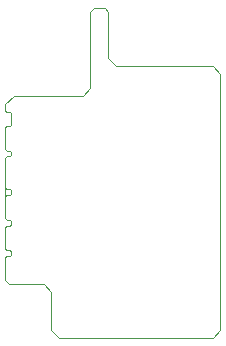
<source format=gko>
G04 EAGLE Gerber X2 export*
G75*
%MOMM*%
%FSLAX34Y34*%
%LPD*%
%AMOC8*
5,1,8,0,0,1.08239X$1,22.5*%
G01*
%ADD10C,0.000000*%


D10*
X0Y-36000D02*
X3000Y-39000D01*
X32500Y-39000D01*
X39000Y-45500D01*
X39000Y-78000D01*
X45500Y-84500D01*
X175500Y-84500D01*
X182000Y-78000D01*
X182000Y139000D01*
X175500Y145500D01*
X93500Y145500D01*
X87000Y152000D01*
X87000Y191500D01*
X84000Y194500D01*
X75000Y194500D01*
X72000Y191500D01*
X72000Y127000D01*
X65500Y120500D01*
X7000Y120500D01*
X0Y113500D01*
X0Y107500D01*
X0Y94000D02*
X0Y75000D01*
X1000Y74000D01*
X4000Y74000D01*
X5000Y73000D01*
X5000Y70000D02*
X4000Y69000D01*
X1000Y69000D01*
X0Y68000D01*
X5000Y70000D02*
X5000Y73000D01*
X0Y68000D02*
X0Y42500D01*
X1000Y41500D01*
X4000Y41500D01*
X5000Y40500D01*
X5000Y37500D02*
X4000Y36500D01*
X1000Y36500D01*
X0Y35500D01*
X5000Y37500D02*
X5000Y40500D01*
X0Y42000D02*
X0Y35500D01*
X0Y16500D02*
X1000Y15500D01*
X4000Y15500D01*
X5000Y14500D01*
X5000Y11500D02*
X4000Y10500D01*
X1000Y10500D01*
X0Y9500D01*
X5000Y11500D02*
X5000Y14500D01*
X0Y-16500D02*
X0Y-36000D01*
X0Y-9500D02*
X0Y9500D01*
X0Y16500D02*
X0Y35500D01*
X0Y-9500D02*
X1000Y-10500D01*
X4000Y-10500D02*
X5000Y-11500D01*
X4000Y-10500D02*
X1000Y-10500D01*
X5000Y-11500D02*
X5000Y-14500D01*
X4000Y-15500D01*
X1000Y-15500D01*
X0Y-16500D01*
X1000Y106500D02*
X0Y107500D01*
X1000Y106500D02*
X4000Y106500D01*
X5000Y105500D01*
X5000Y96000D01*
X4000Y95000D01*
X1000Y95000D01*
X0Y94000D01*
M02*

</source>
